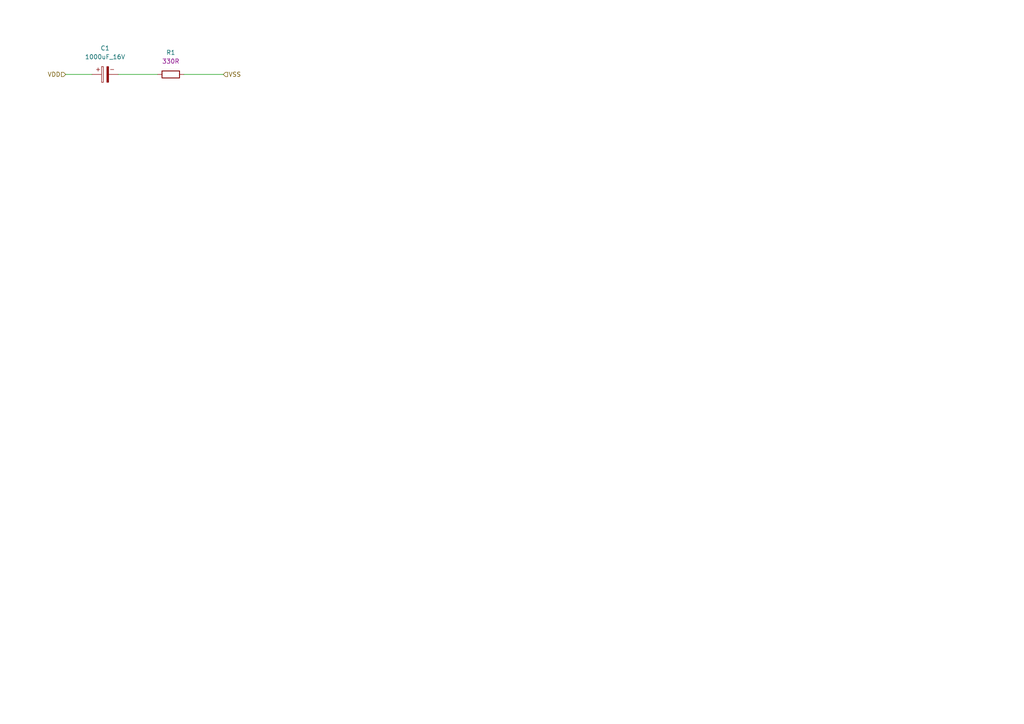
<source format=kicad_sch>
(kicad_sch (version 20250114) (generator "eeschema") (generator_version "9.0")
  (paper "A4")
  (lib_symbols
    (symbol "PCM_4ms_Resistor:330R_0603" (pin_numbers (hide yes)) (pin_names (offset 0))
      (property "Reference" "R" (at 2.032 0 90))
      (property "Display" "330R" (at 3.81 0 90))
      (symbol "330R_0603_0_1"
        (rectangle (start -1.016 -2.54) (end 1.016 2.54) (stroke (width 0.254)))
      )
      (symbol "330R_0603_1_1"
        (pin passive line (at 0 3.81 270) (length 1.27) (name "~") (number "1"))
        (pin passive line (at 0 -3.81 90) (length 1.27) (name "~") (number "2"))
      )
    )
    (symbol "PCM_SL_Capacitors:1000uF_16V"
      (property "Reference" "C" (at 0 7.62 0))
      (property "Value" "1000uF_16V" (at 0 5.08 0))
      (symbol "1000uF_16V_0_0"
        (text "+" (at -2.032 1.524 0) (effects (font (size 1.27 1.27))))
        (text "-" (at 2.032 1.524 0) (effects (font (size 1.27 1.27))))
      )
      (symbol "1000uF_16V_0_1"
        (rectangle (start -1.016 -2.286) (end -0.508 2.286))
        (rectangle (start 0.508 -2.286) (end 1.016 2.286) (fill (type outline)))
      )
      (symbol "1000uF_16V_1_1"
        (pin passive line (at -3.81 0 0) (length 2.7) (name "~") (number "1"))
        (pin input line (at 3.81 0 180) (length 2.7) (name "~") (number "2"))
      )
    )
  )
  (wire (pts (xy 26.67 21.59) (xy 19.05 21.59)))
  (wire (pts (xy 64.77 21.59) (xy 53.34 21.59)))
  (wire (pts (xy 45.72 21.59) (xy 34.29 21.59)))
  (hierarchical_label "VSS" (shape input) (at 64.77 21.59 0))
  (hierarchical_label "VDD" (shape input) (at 19.05 21.59 180))
  (symbol (lib_id "PCM_4ms_Resistor:330R_0603") (at 49.53 21.59 270) (unit 1)
    (property "Reference" "R1" (at 49.53 15.24 90))
    (property "Value" "330R_0603" (effects (hide yes)))
    (property "Footprint" "PCM_Resistor_THT_AKL:R_Axial_DIN0207_L6.3mm_D2.5mm_P7.62mm_Horizontal" (effects (hide yes)))
    (property "Description" "330R, 1%, 1/10W, 0603" (effects (hide yes)))
    (property "Specifications" "330R, 1%, 1/10W, 0603" (effects (hide yes)))
    (property "Manufacturer" "Yageo" (effects (hide yes)))
    (property "Part Number" "RC0603FR-07330RL" (effects (hide yes)))
    (property "Display" "330R" (at 49.53 17.78 90))
    (property "JLCPCB ID" "C23138" (effects (hide yes)))
  )
  (symbol (lib_id "PCM_SL_Capacitors:1000uF_16V") (at 30.48 21.59 0) (unit 1)
    (property "Reference" "C1" (at 30.48 13.97 0))
    (property "Value" "1000uF_16V" (at 30.48 16.51 0))
    (property "Footprint" "Capacitor_THT:CP_Radial_D10.0mm_P5.00mm" (effects (hide yes)))
    (property "Description" "1000uF, 16V Electrolytic Capacitor" (effects (hide yes)))
  )
)
</source>
